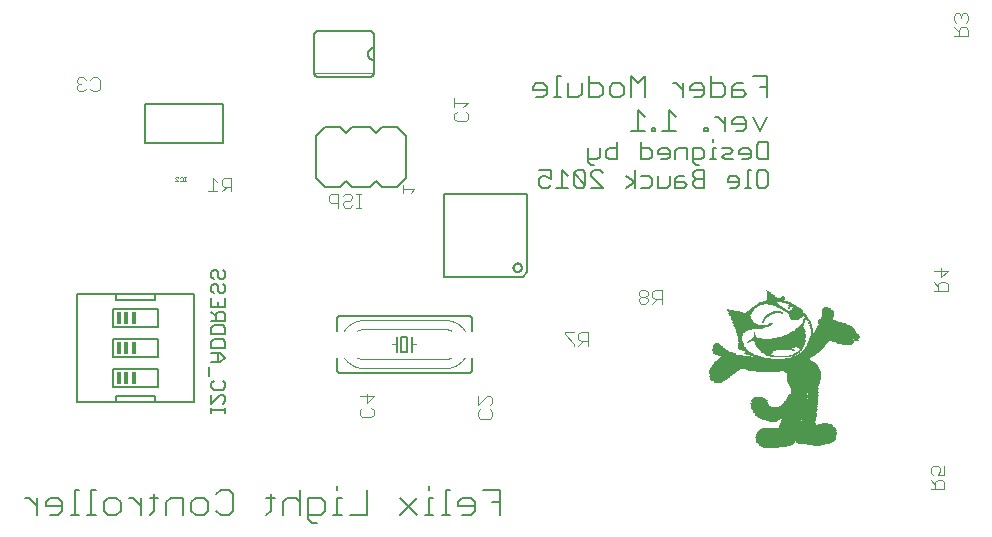
<source format=gbr>
G04 EAGLE Gerber RS-274X export*
G75*
%MOMM*%
%FSLAX34Y34*%
%LPD*%
%INSilkscreen Bottom*%
%IPPOS*%
%AMOC8*
5,1,8,0,0,1.08239X$1,22.5*%
G01*
%ADD10C,0.177800*%
%ADD11C,0.152400*%
%ADD12C,0.127000*%
%ADD13C,0.050800*%
%ADD14C,0.203200*%
%ADD15C,0.025400*%
%ADD16C,0.076200*%
%ADD17C,0.101600*%
%ADD18R,0.381000X1.016000*%
%ADD19R,1.371600X0.050800*%
%ADD20R,1.930400X0.050800*%
%ADD21R,2.235200X0.050800*%
%ADD22R,2.489200X0.050800*%
%ADD23R,0.609600X0.050800*%
%ADD24R,2.743200X0.050800*%
%ADD25R,1.574800X0.050800*%
%ADD26R,2.895600X0.050800*%
%ADD27R,2.184400X0.050800*%
%ADD28R,2.997200X0.050800*%
%ADD29R,2.641600X0.050800*%
%ADD30R,3.098800X0.050800*%
%ADD31R,2.946400X0.050800*%
%ADD32R,3.200400X0.050800*%
%ADD33R,3.048000X0.050800*%
%ADD34R,3.302000X0.050800*%
%ADD35R,3.149600X0.050800*%
%ADD36R,6.604000X0.050800*%
%ADD37R,3.403600X0.050800*%
%ADD38R,6.654800X0.050800*%
%ADD39R,6.705600X0.050800*%
%ADD40R,6.756400X0.050800*%
%ADD41R,6.807200X0.050800*%
%ADD42R,6.858000X0.050800*%
%ADD43R,6.502400X0.050800*%
%ADD44R,6.400800X0.050800*%
%ADD45R,6.197600X0.050800*%
%ADD46R,1.727200X0.050800*%
%ADD47R,0.558800X0.050800*%
%ADD48R,4.724400X0.050800*%
%ADD49R,4.673600X0.050800*%
%ADD50R,4.622800X0.050800*%
%ADD51R,4.521200X0.050800*%
%ADD52R,4.470400X0.050800*%
%ADD53R,1.168400X0.050800*%
%ADD54R,0.914400X0.050800*%
%ADD55R,1.270000X0.050800*%
%ADD56R,1.676400X0.050800*%
%ADD57R,1.219200X0.050800*%
%ADD58R,0.660400X0.050800*%
%ADD59R,1.066800X0.050800*%
%ADD60R,1.778000X0.050800*%
%ADD61R,2.844800X0.050800*%
%ADD62R,4.927600X0.050800*%
%ADD63R,2.794000X0.050800*%
%ADD64R,2.133600X0.050800*%
%ADD65R,1.117600X0.050800*%
%ADD66R,3.860800X0.050800*%
%ADD67R,5.130800X0.050800*%
%ADD68R,5.181600X0.050800*%
%ADD69R,4.064000X0.050800*%
%ADD70R,5.283200X0.050800*%
%ADD71R,5.334000X0.050800*%
%ADD72R,4.267200X0.050800*%
%ADD73R,5.384800X0.050800*%
%ADD74R,5.435600X0.050800*%
%ADD75R,5.486400X0.050800*%
%ADD76R,4.419600X0.050800*%
%ADD77R,5.537200X0.050800*%
%ADD78R,5.588000X0.050800*%
%ADD79R,1.016000X0.050800*%
%ADD80R,2.336800X0.050800*%
%ADD81R,3.251200X0.050800*%
%ADD82R,1.625600X0.050800*%
%ADD83R,1.524000X0.050800*%
%ADD84R,0.965200X0.050800*%
%ADD85R,0.355600X0.050800*%
%ADD86R,1.473200X0.050800*%
%ADD87R,1.422400X0.050800*%
%ADD88R,0.304800X0.050800*%
%ADD89R,1.320800X0.050800*%
%ADD90R,2.692400X0.050800*%
%ADD91R,0.152400X0.050800*%
%ADD92R,0.762000X0.050800*%
%ADD93R,2.540000X0.050800*%
%ADD94R,2.387600X0.050800*%
%ADD95R,0.101600X0.050800*%
%ADD96R,2.286000X0.050800*%
%ADD97R,2.438400X0.050800*%
%ADD98R,2.590800X0.050800*%
%ADD99R,0.406400X0.050800*%
%ADD100R,0.863600X0.050800*%
%ADD101R,1.828800X0.050800*%
%ADD102R,2.032000X0.050800*%
%ADD103R,5.842000X0.050800*%
%ADD104R,6.146800X0.050800*%
%ADD105R,6.299200X0.050800*%
%ADD106R,9.194800X0.050800*%
%ADD107R,9.093200X0.050800*%
%ADD108R,9.042400X0.050800*%
%ADD109R,8.991600X0.050800*%
%ADD110R,8.890000X0.050800*%
%ADD111R,8.839200X0.050800*%
%ADD112R,8.737600X0.050800*%
%ADD113R,8.636000X0.050800*%
%ADD114R,8.534400X0.050800*%
%ADD115R,8.382000X0.050800*%
%ADD116R,8.280400X0.050800*%
%ADD117R,8.128000X0.050800*%
%ADD118R,7.924800X0.050800*%
%ADD119R,7.772400X0.050800*%
%ADD120R,7.569200X0.050800*%
%ADD121R,4.368800X0.050800*%
%ADD122R,3.962400X0.050800*%
%ADD123R,3.657600X0.050800*%
%ADD124R,0.508000X0.050800*%
%ADD125R,0.711200X0.050800*%
%ADD126R,0.457200X0.050800*%
%ADD127R,1.981200X0.050800*%
%ADD128R,1.879600X0.050800*%
%ADD129R,0.254000X0.050800*%
%ADD130R,0.203200X0.050800*%
%ADD131R,3.911600X0.050800*%
%ADD132R,0.812800X0.050800*%
%ADD133R,4.013200X0.050800*%
%ADD134R,4.165600X0.050800*%
%ADD135R,4.216400X0.050800*%
%ADD136R,4.318000X0.050800*%
%ADD137R,3.708400X0.050800*%
%ADD138R,4.572000X0.050800*%
%ADD139R,4.114800X0.050800*%
%ADD140R,0.050800X0.050800*%
%ADD141R,3.759200X0.050800*%
%ADD142R,3.556000X0.050800*%
%ADD143R,3.454400X0.050800*%
%ADD144R,3.352800X0.050800*%
%ADD145R,2.082800X0.050800*%


D10*
X420911Y25489D02*
X420911Y46729D01*
X406751Y46729D01*
X413831Y36109D02*
X420911Y36109D01*
X396193Y25489D02*
X389113Y25489D01*
X396193Y25489D02*
X399733Y29029D01*
X399733Y36109D01*
X396193Y39649D01*
X389113Y39649D01*
X385573Y36109D01*
X385573Y32569D01*
X399733Y32569D01*
X378555Y46729D02*
X375015Y46729D01*
X375015Y25489D01*
X378555Y25489D02*
X371475Y25489D01*
X364436Y39649D02*
X360896Y39649D01*
X360896Y25489D01*
X364436Y25489D02*
X357356Y25489D01*
X360896Y46729D02*
X360896Y50269D01*
X350317Y39649D02*
X336157Y25489D01*
X350317Y25489D02*
X336157Y39649D01*
X307961Y46729D02*
X307961Y25489D01*
X293801Y25489D01*
X286783Y39649D02*
X283243Y39649D01*
X283243Y25489D01*
X286783Y25489D02*
X279703Y25489D01*
X283243Y46729D02*
X283243Y50269D01*
X265584Y18409D02*
X262044Y18409D01*
X258504Y21949D01*
X258504Y39649D01*
X269124Y39649D01*
X272664Y36109D01*
X272664Y29029D01*
X269124Y25489D01*
X258504Y25489D01*
X251486Y25489D02*
X251486Y46729D01*
X247946Y39649D02*
X251486Y36109D01*
X247946Y39649D02*
X240866Y39649D01*
X237326Y36109D01*
X237326Y25489D01*
X226768Y29029D02*
X226768Y43189D01*
X226768Y29029D02*
X223228Y25489D01*
X223228Y39649D02*
X230308Y39649D01*
X184391Y46729D02*
X180851Y43189D01*
X184391Y46729D02*
X191471Y46729D01*
X195011Y43189D01*
X195011Y29029D01*
X191471Y25489D01*
X184391Y25489D01*
X180851Y29029D01*
X170293Y25489D02*
X163213Y25489D01*
X159673Y29029D01*
X159673Y36109D01*
X163213Y39649D01*
X170293Y39649D01*
X173833Y36109D01*
X173833Y29029D01*
X170293Y25489D01*
X152655Y25489D02*
X152655Y39649D01*
X142035Y39649D01*
X138495Y36109D01*
X138495Y25489D01*
X127937Y29029D02*
X127937Y43189D01*
X127937Y29029D02*
X124397Y25489D01*
X124397Y39649D02*
X131477Y39649D01*
X117358Y39649D02*
X117358Y25489D01*
X117358Y32569D02*
X110278Y39649D01*
X106738Y39649D01*
X96170Y25489D02*
X89090Y25489D01*
X85550Y29029D01*
X85550Y36109D01*
X89090Y39649D01*
X96170Y39649D01*
X99710Y36109D01*
X99710Y29029D01*
X96170Y25489D01*
X78532Y46729D02*
X74992Y46729D01*
X74992Y25489D01*
X78532Y25489D02*
X71452Y25489D01*
X64413Y46729D02*
X60873Y46729D01*
X60873Y25489D01*
X64413Y25489D02*
X57333Y25489D01*
X46754Y25489D02*
X39674Y25489D01*
X46754Y25489D02*
X50294Y29029D01*
X50294Y36109D01*
X46754Y39649D01*
X39674Y39649D01*
X36134Y36109D01*
X36134Y32569D01*
X50294Y32569D01*
X29116Y25489D02*
X29116Y39649D01*
X29116Y32569D02*
X22036Y39649D01*
X18496Y39649D01*
D11*
X647138Y379118D02*
X647138Y396913D01*
X635275Y396913D01*
X641206Y388016D02*
X647138Y388016D01*
X626397Y390981D02*
X620466Y390981D01*
X617500Y388016D01*
X617500Y379118D01*
X626397Y379118D01*
X629363Y382084D01*
X626397Y385050D01*
X617500Y385050D01*
X599725Y379118D02*
X599725Y396913D01*
X599725Y379118D02*
X608622Y379118D01*
X611588Y382084D01*
X611588Y388016D01*
X608622Y390981D01*
X599725Y390981D01*
X590848Y379118D02*
X584916Y379118D01*
X590848Y379118D02*
X593813Y382084D01*
X593813Y388016D01*
X590848Y390981D01*
X584916Y390981D01*
X581950Y388016D01*
X581950Y385050D01*
X593813Y385050D01*
X576039Y379118D02*
X576039Y390981D01*
X576039Y385050D02*
X570107Y390981D01*
X567141Y390981D01*
X543451Y396913D02*
X543451Y379118D01*
X537520Y390981D02*
X543451Y396913D01*
X537520Y390981D02*
X531588Y396913D01*
X531588Y379118D01*
X522711Y379118D02*
X516779Y379118D01*
X513813Y382084D01*
X513813Y388016D01*
X516779Y390981D01*
X522711Y390981D01*
X525677Y388016D01*
X525677Y382084D01*
X522711Y379118D01*
X496038Y379118D02*
X496038Y396913D01*
X496038Y379118D02*
X504936Y379118D01*
X507902Y382084D01*
X507902Y388016D01*
X504936Y390981D01*
X496038Y390981D01*
X490127Y390981D02*
X490127Y382084D01*
X487161Y379118D01*
X478263Y379118D01*
X478263Y390981D01*
X472352Y396913D02*
X469386Y396913D01*
X469386Y379118D01*
X472352Y379118D02*
X466420Y379118D01*
X457536Y379118D02*
X451605Y379118D01*
X457536Y379118D02*
X460502Y382084D01*
X460502Y388016D01*
X457536Y390981D01*
X451605Y390981D01*
X448639Y388016D01*
X448639Y385050D01*
X460502Y385050D01*
X641206Y350162D02*
X647138Y362025D01*
X635275Y362025D02*
X641206Y350162D01*
X626397Y350162D02*
X620466Y350162D01*
X626397Y350162D02*
X629363Y353128D01*
X629363Y359060D01*
X626397Y362025D01*
X620466Y362025D01*
X617500Y359060D01*
X617500Y356094D01*
X629363Y356094D01*
X611588Y350162D02*
X611588Y362025D01*
X611588Y356094D02*
X605657Y362025D01*
X602691Y362025D01*
X596776Y353128D02*
X596776Y350162D01*
X596776Y353128D02*
X593810Y353128D01*
X593810Y350162D01*
X596776Y350162D01*
X570114Y362025D02*
X564182Y367957D01*
X564182Y350162D01*
X570114Y350162D02*
X558250Y350162D01*
X552339Y350162D02*
X552339Y353128D01*
X549373Y353128D01*
X549373Y350162D01*
X552339Y350162D01*
X543451Y362025D02*
X537520Y367957D01*
X537520Y350162D01*
X543451Y350162D02*
X531588Y350162D01*
D12*
X647965Y341078D02*
X647965Y326335D01*
X640594Y326335D01*
X638137Y328792D01*
X638137Y338621D01*
X640594Y341078D01*
X647965Y341078D01*
X630775Y326335D02*
X625861Y326335D01*
X630775Y326335D02*
X633232Y328792D01*
X633232Y333706D01*
X630775Y336163D01*
X625861Y336163D01*
X623404Y333706D01*
X623404Y331249D01*
X633232Y331249D01*
X618500Y326335D02*
X611129Y326335D01*
X608672Y328792D01*
X611129Y331249D01*
X616043Y331249D01*
X618500Y333706D01*
X616043Y336163D01*
X608672Y336163D01*
X603767Y336163D02*
X601310Y336163D01*
X601310Y326335D01*
X603767Y326335D02*
X598853Y326335D01*
X601310Y341078D02*
X601310Y343535D01*
X589031Y321421D02*
X586574Y321421D01*
X584117Y323878D01*
X584117Y336163D01*
X591489Y336163D01*
X593946Y333706D01*
X593946Y328792D01*
X591489Y326335D01*
X584117Y326335D01*
X579213Y326335D02*
X579213Y336163D01*
X571842Y336163D01*
X569385Y333706D01*
X569385Y326335D01*
X562023Y326335D02*
X557109Y326335D01*
X562023Y326335D02*
X564480Y328792D01*
X564480Y333706D01*
X562023Y336163D01*
X557109Y336163D01*
X554652Y333706D01*
X554652Y331249D01*
X564480Y331249D01*
X539920Y326335D02*
X539920Y341078D01*
X539920Y326335D02*
X547291Y326335D01*
X549748Y328792D01*
X549748Y333706D01*
X547291Y336163D01*
X539920Y336163D01*
X520283Y341078D02*
X520283Y326335D01*
X512912Y326335D01*
X510454Y328792D01*
X510454Y333706D01*
X512912Y336163D01*
X520283Y336163D01*
X505550Y336163D02*
X505550Y328792D01*
X503093Y326335D01*
X495722Y326335D01*
X495722Y323878D02*
X495722Y336163D01*
X495722Y323878D02*
X498179Y321421D01*
X500636Y321421D01*
X640594Y317078D02*
X645508Y317078D01*
X647965Y314621D01*
X647965Y304792D01*
X645508Y302335D01*
X640594Y302335D01*
X638137Y304792D01*
X638137Y314621D01*
X640594Y317078D01*
X633232Y317078D02*
X630775Y317078D01*
X630775Y302335D01*
X633232Y302335D02*
X628318Y302335D01*
X620954Y302335D02*
X616039Y302335D01*
X620954Y302335D02*
X623411Y304792D01*
X623411Y309706D01*
X620954Y312163D01*
X616039Y312163D01*
X613582Y309706D01*
X613582Y307249D01*
X623411Y307249D01*
X593946Y302335D02*
X593946Y317078D01*
X586574Y317078D01*
X584117Y314621D01*
X584117Y312163D01*
X586574Y309706D01*
X584117Y307249D01*
X584117Y304792D01*
X586574Y302335D01*
X593946Y302335D01*
X593946Y309706D02*
X586574Y309706D01*
X576756Y312163D02*
X571842Y312163D01*
X569385Y309706D01*
X569385Y302335D01*
X576756Y302335D01*
X579213Y304792D01*
X576756Y307249D01*
X569385Y307249D01*
X564480Y304792D02*
X564480Y312163D01*
X564480Y304792D02*
X562023Y302335D01*
X554652Y302335D01*
X554652Y312163D01*
X547291Y312163D02*
X539920Y312163D01*
X547291Y312163D02*
X549748Y309706D01*
X549748Y304792D01*
X547291Y302335D01*
X539920Y302335D01*
X535015Y302335D02*
X535015Y317078D01*
X535015Y307249D02*
X527644Y302335D01*
X535015Y307249D02*
X527644Y312163D01*
X508006Y302335D02*
X498177Y302335D01*
X498177Y312163D02*
X508006Y302335D01*
X498177Y312163D02*
X498177Y314621D01*
X500634Y317078D01*
X505549Y317078D01*
X508006Y314621D01*
X493273Y314621D02*
X493273Y304792D01*
X493273Y314621D02*
X490816Y317078D01*
X485902Y317078D01*
X483445Y314621D01*
X483445Y304792D01*
X485902Y302335D01*
X490816Y302335D01*
X493273Y304792D01*
X483445Y314621D01*
X478541Y312163D02*
X473626Y317078D01*
X473626Y302335D01*
X468712Y302335D02*
X478541Y302335D01*
X463808Y317078D02*
X453980Y317078D01*
X463808Y317078D02*
X463808Y309706D01*
X458894Y312163D01*
X456437Y312163D01*
X453980Y309706D01*
X453980Y304792D01*
X456437Y302335D01*
X461351Y302335D01*
X463808Y304792D01*
D11*
X310390Y435358D02*
X267210Y435358D01*
X263400Y400052D02*
X263402Y399930D01*
X263408Y399808D01*
X263418Y399686D01*
X263431Y399565D01*
X263449Y399444D01*
X263470Y399324D01*
X263496Y399204D01*
X263525Y399086D01*
X263557Y398968D01*
X263594Y398851D01*
X263634Y398736D01*
X263678Y398622D01*
X263726Y398510D01*
X263777Y398399D01*
X263832Y398290D01*
X263890Y398182D01*
X263952Y398077D01*
X264017Y397974D01*
X264085Y397872D01*
X264157Y397773D01*
X264231Y397677D01*
X264309Y397582D01*
X264390Y397491D01*
X264473Y397401D01*
X264559Y397315D01*
X264649Y397232D01*
X264740Y397151D01*
X264835Y397073D01*
X264931Y396999D01*
X265030Y396927D01*
X265132Y396859D01*
X265235Y396794D01*
X265340Y396732D01*
X265448Y396674D01*
X265557Y396619D01*
X265668Y396568D01*
X265780Y396520D01*
X265894Y396476D01*
X266009Y396436D01*
X266126Y396399D01*
X266244Y396367D01*
X266362Y396338D01*
X266482Y396312D01*
X266602Y396291D01*
X266723Y396273D01*
X266844Y396260D01*
X266966Y396250D01*
X267088Y396244D01*
X267210Y396242D01*
X310390Y435358D02*
X310512Y435356D01*
X310634Y435350D01*
X310756Y435340D01*
X310877Y435327D01*
X310998Y435309D01*
X311118Y435288D01*
X311238Y435262D01*
X311356Y435233D01*
X311474Y435201D01*
X311591Y435164D01*
X311706Y435124D01*
X311820Y435080D01*
X311932Y435032D01*
X312043Y434981D01*
X312152Y434926D01*
X312260Y434868D01*
X312365Y434806D01*
X312468Y434741D01*
X312570Y434673D01*
X312669Y434601D01*
X312765Y434527D01*
X312860Y434449D01*
X312951Y434368D01*
X313041Y434285D01*
X313127Y434199D01*
X313210Y434109D01*
X313291Y434018D01*
X313369Y433923D01*
X313443Y433827D01*
X313515Y433728D01*
X313583Y433626D01*
X313648Y433523D01*
X313710Y433418D01*
X313768Y433310D01*
X313823Y433201D01*
X313874Y433090D01*
X313922Y432978D01*
X313966Y432864D01*
X314006Y432749D01*
X314043Y432632D01*
X314075Y432514D01*
X314104Y432396D01*
X314130Y432276D01*
X314151Y432156D01*
X314169Y432035D01*
X314182Y431914D01*
X314192Y431792D01*
X314198Y431670D01*
X314200Y431548D01*
X267210Y435358D02*
X267088Y435356D01*
X266966Y435350D01*
X266844Y435340D01*
X266723Y435327D01*
X266602Y435309D01*
X266482Y435288D01*
X266362Y435262D01*
X266244Y435233D01*
X266126Y435201D01*
X266009Y435164D01*
X265894Y435124D01*
X265780Y435080D01*
X265668Y435032D01*
X265557Y434981D01*
X265448Y434926D01*
X265340Y434868D01*
X265235Y434806D01*
X265132Y434741D01*
X265030Y434673D01*
X264931Y434601D01*
X264835Y434527D01*
X264740Y434449D01*
X264649Y434368D01*
X264559Y434285D01*
X264473Y434199D01*
X264390Y434109D01*
X264309Y434018D01*
X264231Y433923D01*
X264157Y433827D01*
X264085Y433728D01*
X264017Y433626D01*
X263952Y433523D01*
X263890Y433418D01*
X263832Y433310D01*
X263777Y433201D01*
X263726Y433090D01*
X263678Y432978D01*
X263634Y432864D01*
X263594Y432749D01*
X263557Y432632D01*
X263525Y432514D01*
X263496Y432396D01*
X263470Y432276D01*
X263449Y432156D01*
X263431Y432035D01*
X263418Y431914D01*
X263408Y431792D01*
X263402Y431670D01*
X263400Y431548D01*
X310390Y396242D02*
X310512Y396244D01*
X310634Y396250D01*
X310756Y396260D01*
X310877Y396273D01*
X310998Y396291D01*
X311118Y396312D01*
X311238Y396338D01*
X311356Y396367D01*
X311474Y396399D01*
X311591Y396436D01*
X311706Y396476D01*
X311820Y396520D01*
X311932Y396568D01*
X312043Y396619D01*
X312152Y396674D01*
X312260Y396732D01*
X312365Y396794D01*
X312468Y396859D01*
X312570Y396927D01*
X312669Y396999D01*
X312765Y397073D01*
X312860Y397151D01*
X312951Y397232D01*
X313041Y397315D01*
X313127Y397401D01*
X313210Y397491D01*
X313291Y397582D01*
X313369Y397677D01*
X313443Y397773D01*
X313515Y397872D01*
X313583Y397974D01*
X313648Y398077D01*
X313710Y398182D01*
X313768Y398290D01*
X313823Y398399D01*
X313874Y398510D01*
X313922Y398622D01*
X313966Y398736D01*
X314006Y398851D01*
X314043Y398968D01*
X314075Y399086D01*
X314104Y399204D01*
X314130Y399324D01*
X314151Y399444D01*
X314169Y399565D01*
X314182Y399686D01*
X314192Y399808D01*
X314198Y399930D01*
X314200Y400052D01*
X310390Y396242D02*
X267210Y396242D01*
X263400Y400052D02*
X263400Y431548D01*
X314200Y431548D02*
X314200Y420880D01*
X314200Y410720D01*
X314200Y400052D01*
X314200Y410720D02*
X314059Y410722D01*
X313918Y410728D01*
X313777Y410738D01*
X313636Y410751D01*
X313496Y410769D01*
X313357Y410791D01*
X313218Y410816D01*
X313079Y410845D01*
X312942Y410878D01*
X312806Y410915D01*
X312671Y410956D01*
X312536Y411000D01*
X312404Y411048D01*
X312272Y411100D01*
X312142Y411155D01*
X312014Y411214D01*
X311887Y411277D01*
X311763Y411343D01*
X311640Y411412D01*
X311519Y411485D01*
X311400Y411561D01*
X311283Y411641D01*
X311169Y411724D01*
X311056Y411809D01*
X310947Y411898D01*
X310839Y411990D01*
X310735Y412085D01*
X310633Y412183D01*
X310534Y412284D01*
X310437Y412387D01*
X310344Y412493D01*
X310254Y412601D01*
X310166Y412712D01*
X310082Y412825D01*
X310001Y412941D01*
X309923Y413059D01*
X309848Y413179D01*
X309777Y413301D01*
X309709Y413425D01*
X309645Y413551D01*
X309584Y413678D01*
X309527Y413807D01*
X309474Y413938D01*
X309424Y414070D01*
X309377Y414203D01*
X309335Y414338D01*
X309296Y414474D01*
X309261Y414611D01*
X309230Y414748D01*
X309203Y414887D01*
X309179Y415026D01*
X309160Y415166D01*
X309144Y415306D01*
X309132Y415447D01*
X309124Y415588D01*
X309120Y415729D01*
X309120Y415871D01*
X309124Y416012D01*
X309132Y416153D01*
X309144Y416294D01*
X309160Y416434D01*
X309179Y416574D01*
X309203Y416713D01*
X309230Y416852D01*
X309261Y416989D01*
X309296Y417126D01*
X309335Y417262D01*
X309377Y417397D01*
X309424Y417530D01*
X309474Y417662D01*
X309527Y417793D01*
X309584Y417922D01*
X309645Y418049D01*
X309709Y418175D01*
X309777Y418299D01*
X309848Y418421D01*
X309923Y418541D01*
X310001Y418659D01*
X310082Y418775D01*
X310166Y418888D01*
X310254Y418999D01*
X310344Y419107D01*
X310437Y419213D01*
X310534Y419316D01*
X310633Y419417D01*
X310735Y419515D01*
X310839Y419610D01*
X310947Y419702D01*
X311056Y419791D01*
X311169Y419876D01*
X311283Y419959D01*
X311400Y420039D01*
X311519Y420115D01*
X311640Y420188D01*
X311763Y420257D01*
X311887Y420323D01*
X312014Y420386D01*
X312142Y420445D01*
X312272Y420500D01*
X312404Y420552D01*
X312536Y420600D01*
X312671Y420644D01*
X312806Y420685D01*
X312942Y420722D01*
X313079Y420755D01*
X313218Y420784D01*
X313357Y420809D01*
X313496Y420831D01*
X313636Y420849D01*
X313777Y420862D01*
X313918Y420872D01*
X314059Y420878D01*
X314200Y420880D01*
D13*
X314200Y399798D02*
X263400Y399798D01*
D14*
X186066Y373410D02*
X186066Y340390D01*
X186066Y373410D02*
X120534Y373410D01*
X120534Y340390D01*
X186066Y340390D01*
D15*
X154897Y307878D02*
X153626Y307878D01*
X154261Y307878D02*
X154261Y311691D01*
X153626Y311691D02*
X154897Y311691D01*
X150496Y311691D02*
X149860Y311056D01*
X150496Y311691D02*
X151767Y311691D01*
X152402Y311056D01*
X152402Y308514D01*
X151767Y307878D01*
X150496Y307878D01*
X149860Y308514D01*
X148660Y307878D02*
X146118Y307878D01*
X148660Y307878D02*
X146118Y310420D01*
X146118Y311056D01*
X146753Y311691D01*
X148025Y311691D01*
X148660Y311056D01*
D12*
X333580Y302800D02*
X341200Y310420D01*
X341200Y345980D01*
X333580Y353600D01*
X320880Y353600D01*
X315800Y348520D01*
X310720Y353600D01*
X295480Y353600D01*
X290400Y348520D01*
X285320Y353600D01*
X272620Y353600D01*
X265000Y345980D01*
X265000Y310420D01*
X272620Y302800D01*
X285320Y302800D01*
X290400Y307880D01*
X295480Y302800D01*
X310720Y302800D01*
X315800Y307880D01*
X320880Y302800D01*
X333580Y302800D01*
D16*
X345312Y298101D02*
X348447Y301236D01*
X339041Y301236D01*
X339041Y298101D02*
X339041Y304372D01*
D17*
X303296Y285528D02*
X299398Y285528D01*
X301347Y285528D02*
X301347Y297222D01*
X303296Y297222D02*
X299398Y297222D01*
X289653Y297222D02*
X287704Y295273D01*
X289653Y297222D02*
X293551Y297222D01*
X295500Y295273D01*
X295500Y293324D01*
X293551Y291375D01*
X289653Y291375D01*
X287704Y289426D01*
X287704Y287477D01*
X289653Y285528D01*
X293551Y285528D01*
X295500Y287477D01*
X283806Y285528D02*
X283806Y297222D01*
X277959Y297222D01*
X276010Y295273D01*
X276010Y291375D01*
X277959Y289426D01*
X283806Y289426D01*
X193442Y299258D02*
X193442Y310952D01*
X187595Y310952D01*
X185646Y309003D01*
X185646Y305105D01*
X187595Y303156D01*
X193442Y303156D01*
X189544Y303156D02*
X185646Y299258D01*
X181748Y307054D02*
X177850Y310952D01*
X177850Y299258D01*
X181748Y299258D02*
X173952Y299258D01*
X495130Y180152D02*
X495130Y168458D01*
X495130Y180152D02*
X489283Y180152D01*
X487334Y178203D01*
X487334Y174305D01*
X489283Y172356D01*
X495130Y172356D01*
X491232Y172356D02*
X487334Y168458D01*
X483436Y180152D02*
X475640Y180152D01*
X475640Y178203D01*
X483436Y170407D01*
X483436Y168458D01*
X557742Y204158D02*
X557742Y215852D01*
X551895Y215852D01*
X549946Y213903D01*
X549946Y210005D01*
X551895Y208056D01*
X557742Y208056D01*
X553844Y208056D02*
X549946Y204158D01*
X546048Y213903D02*
X544099Y215852D01*
X540201Y215852D01*
X538252Y213903D01*
X538252Y211954D01*
X540201Y210005D01*
X538252Y208056D01*
X538252Y206107D01*
X540201Y204158D01*
X544099Y204158D01*
X546048Y206107D01*
X546048Y208056D01*
X544099Y210005D01*
X546048Y211954D01*
X546048Y213903D01*
X544099Y210005D02*
X540201Y210005D01*
D11*
X443550Y297250D02*
X373450Y297250D01*
X373450Y227150D01*
X440000Y227150D01*
X443550Y230700D02*
X443550Y297250D01*
X443550Y230700D02*
X440000Y227150D01*
X432340Y234768D02*
X432342Y234887D01*
X432348Y235007D01*
X432358Y235126D01*
X432372Y235244D01*
X432390Y235362D01*
X432411Y235480D01*
X432437Y235596D01*
X432466Y235712D01*
X432500Y235827D01*
X432537Y235940D01*
X432578Y236052D01*
X432622Y236163D01*
X432670Y236273D01*
X432722Y236380D01*
X432777Y236486D01*
X432836Y236590D01*
X432899Y236692D01*
X432964Y236791D01*
X433033Y236889D01*
X433105Y236984D01*
X433180Y237077D01*
X433259Y237167D01*
X433340Y237255D01*
X433424Y237339D01*
X433511Y237421D01*
X433600Y237500D01*
X433692Y237576D01*
X433787Y237649D01*
X433884Y237719D01*
X433983Y237785D01*
X434085Y237848D01*
X434188Y237908D01*
X434293Y237964D01*
X434400Y238017D01*
X434509Y238066D01*
X434620Y238112D01*
X434732Y238153D01*
X434845Y238191D01*
X434959Y238226D01*
X435075Y238256D01*
X435191Y238283D01*
X435308Y238305D01*
X435426Y238324D01*
X435545Y238339D01*
X435664Y238350D01*
X435783Y238357D01*
X435902Y238360D01*
X436022Y238359D01*
X436141Y238354D01*
X436260Y238345D01*
X436379Y238332D01*
X436497Y238315D01*
X436614Y238295D01*
X436731Y238270D01*
X436847Y238241D01*
X436962Y238209D01*
X437076Y238173D01*
X437189Y238133D01*
X437300Y238089D01*
X437409Y238042D01*
X437517Y237991D01*
X437624Y237937D01*
X437728Y237879D01*
X437830Y237817D01*
X437931Y237753D01*
X438029Y237684D01*
X438125Y237613D01*
X438218Y237539D01*
X438309Y237461D01*
X438397Y237381D01*
X438482Y237297D01*
X438565Y237211D01*
X438645Y237122D01*
X438722Y237031D01*
X438795Y236937D01*
X438866Y236840D01*
X438933Y236742D01*
X438997Y236641D01*
X439058Y236538D01*
X439115Y236433D01*
X439168Y236327D01*
X439218Y236218D01*
X439265Y236108D01*
X439307Y235997D01*
X439346Y235884D01*
X439382Y235770D01*
X439413Y235654D01*
X439440Y235538D01*
X439464Y235421D01*
X439484Y235303D01*
X439500Y235185D01*
X439512Y235066D01*
X439520Y234947D01*
X439524Y234828D01*
X439524Y234708D01*
X439520Y234589D01*
X439512Y234470D01*
X439500Y234351D01*
X439484Y234233D01*
X439464Y234115D01*
X439440Y233998D01*
X439413Y233882D01*
X439382Y233766D01*
X439346Y233652D01*
X439307Y233539D01*
X439265Y233428D01*
X439218Y233318D01*
X439168Y233209D01*
X439115Y233103D01*
X439058Y232998D01*
X438997Y232895D01*
X438933Y232794D01*
X438866Y232696D01*
X438795Y232599D01*
X438722Y232505D01*
X438645Y232414D01*
X438565Y232325D01*
X438482Y232239D01*
X438397Y232155D01*
X438309Y232075D01*
X438218Y231997D01*
X438125Y231923D01*
X438029Y231852D01*
X437931Y231783D01*
X437830Y231719D01*
X437728Y231657D01*
X437624Y231599D01*
X437517Y231545D01*
X437409Y231494D01*
X437300Y231447D01*
X437189Y231403D01*
X437076Y231363D01*
X436962Y231327D01*
X436847Y231295D01*
X436731Y231266D01*
X436614Y231241D01*
X436497Y231221D01*
X436379Y231204D01*
X436260Y231191D01*
X436141Y231182D01*
X436022Y231177D01*
X435902Y231176D01*
X435783Y231179D01*
X435664Y231186D01*
X435545Y231197D01*
X435426Y231212D01*
X435308Y231231D01*
X435191Y231253D01*
X435075Y231280D01*
X434959Y231310D01*
X434845Y231345D01*
X434732Y231383D01*
X434620Y231424D01*
X434509Y231470D01*
X434400Y231519D01*
X434293Y231572D01*
X434188Y231628D01*
X434085Y231688D01*
X433983Y231751D01*
X433884Y231817D01*
X433787Y231887D01*
X433692Y231960D01*
X433600Y232036D01*
X433511Y232115D01*
X433424Y232197D01*
X433340Y232281D01*
X433259Y232369D01*
X433180Y232459D01*
X433105Y232552D01*
X433033Y232647D01*
X432964Y232745D01*
X432899Y232844D01*
X432836Y232946D01*
X432777Y233050D01*
X432722Y233156D01*
X432670Y233263D01*
X432622Y233373D01*
X432578Y233484D01*
X432537Y233596D01*
X432500Y233709D01*
X432466Y233824D01*
X432437Y233940D01*
X432411Y234056D01*
X432390Y234174D01*
X432372Y234292D01*
X432358Y234410D01*
X432348Y234529D01*
X432342Y234649D01*
X432340Y234768D01*
D17*
X393852Y364805D02*
X391903Y366754D01*
X393852Y364805D02*
X393852Y360907D01*
X391903Y358958D01*
X384107Y358958D01*
X382158Y360907D01*
X382158Y364805D01*
X384107Y366754D01*
X389954Y370652D02*
X393852Y374550D01*
X382158Y374550D01*
X382158Y370652D02*
X382158Y378448D01*
X76045Y395952D02*
X74096Y394003D01*
X76045Y395952D02*
X79943Y395952D01*
X81892Y394003D01*
X81892Y386207D01*
X79943Y384258D01*
X76045Y384258D01*
X74096Y386207D01*
X70198Y394003D02*
X68249Y395952D01*
X64351Y395952D01*
X62402Y394003D01*
X62402Y392054D01*
X64351Y390105D01*
X66300Y390105D01*
X64351Y390105D02*
X62402Y388156D01*
X62402Y386207D01*
X64351Y384258D01*
X68249Y384258D01*
X70198Y386207D01*
D11*
X63070Y212720D02*
X63070Y121280D01*
X162130Y121280D02*
X162130Y212720D01*
X162130Y121280D02*
X129110Y121280D01*
X96090Y121280D02*
X96090Y126360D01*
X129110Y126360D01*
X129110Y121280D01*
X96090Y121280D02*
X63070Y121280D01*
X96090Y121280D02*
X129110Y121280D01*
X96090Y212720D02*
X63070Y212720D01*
X129110Y212720D02*
X129110Y207640D01*
X96090Y207640D01*
X96090Y212720D01*
X129110Y212720D02*
X162130Y212720D01*
X129110Y212720D02*
X96090Y212720D01*
X93550Y184780D02*
X131650Y184780D01*
X131650Y200020D01*
X93550Y200020D01*
X93550Y184780D01*
X93550Y159380D02*
X131650Y159380D01*
X131650Y174620D01*
X93550Y174620D01*
X93550Y159380D01*
X93550Y133980D02*
X131650Y133980D01*
X131650Y149220D01*
X93550Y149220D01*
X93550Y133980D01*
D18*
X110695Y192400D03*
X104345Y192400D03*
X97995Y192400D03*
X110695Y167000D03*
X104345Y167000D03*
X97995Y167000D03*
X110695Y141600D03*
X104345Y141600D03*
X97995Y141600D03*
D12*
X176575Y115728D02*
X176575Y111915D01*
X176575Y113822D02*
X188015Y113822D01*
X188015Y115728D02*
X188015Y111915D01*
X176575Y119711D02*
X176575Y127337D01*
X176575Y119711D02*
X184202Y127337D01*
X186108Y127337D01*
X188015Y125431D01*
X188015Y121618D01*
X186108Y119711D01*
X188015Y137125D02*
X186108Y139031D01*
X188015Y137125D02*
X188015Y133312D01*
X186108Y131405D01*
X178482Y131405D01*
X176575Y133312D01*
X176575Y137125D01*
X178482Y139031D01*
X174668Y143099D02*
X174668Y150725D01*
X176575Y154793D02*
X184202Y154793D01*
X188015Y158606D01*
X184202Y162419D01*
X176575Y162419D01*
X182295Y162419D02*
X182295Y154793D01*
X188015Y166487D02*
X176575Y166487D01*
X176575Y172207D01*
X178482Y174113D01*
X186108Y174113D01*
X188015Y172207D01*
X188015Y166487D01*
X188015Y178181D02*
X176575Y178181D01*
X176575Y183901D01*
X178482Y185807D01*
X186108Y185807D01*
X188015Y183901D01*
X188015Y178181D01*
X188015Y189875D02*
X176575Y189875D01*
X188015Y189875D02*
X188015Y195595D01*
X186108Y197501D01*
X182295Y197501D01*
X180388Y195595D01*
X180388Y189875D01*
X180388Y193688D02*
X176575Y197501D01*
X188015Y201569D02*
X188015Y209195D01*
X188015Y201569D02*
X176575Y201569D01*
X176575Y209195D01*
X182295Y205382D02*
X182295Y201569D01*
X188015Y218983D02*
X186108Y220889D01*
X188015Y218983D02*
X188015Y215169D01*
X186108Y213263D01*
X184202Y213263D01*
X182295Y215169D01*
X182295Y218983D01*
X180388Y220889D01*
X178482Y220889D01*
X176575Y218983D01*
X176575Y215169D01*
X178482Y213263D01*
X188015Y230677D02*
X186108Y232583D01*
X188015Y230677D02*
X188015Y226863D01*
X186108Y224957D01*
X184202Y224957D01*
X182295Y226863D01*
X182295Y230677D01*
X180388Y232583D01*
X178482Y232583D01*
X176575Y230677D01*
X176575Y226863D01*
X178482Y224957D01*
D13*
X288909Y158570D02*
X289192Y158165D01*
X289485Y157766D01*
X289788Y157375D01*
X290100Y156991D01*
X290421Y156615D01*
X290751Y156247D01*
X291090Y155887D01*
X291438Y155536D01*
X291794Y155193D01*
X292158Y154858D01*
X292531Y154533D01*
X292911Y154217D01*
X293299Y153910D01*
X293694Y153613D01*
X294096Y153325D01*
X294506Y153048D01*
X294921Y152780D01*
X295344Y152523D01*
X295772Y152276D01*
X296206Y152039D01*
X296646Y151813D01*
X297091Y151598D01*
X297541Y151393D01*
X297997Y151200D01*
X298456Y151018D01*
X298920Y150847D01*
X299388Y150688D01*
X299860Y150539D01*
X300335Y150403D01*
X300814Y150278D01*
X301295Y150165D01*
X301779Y150063D01*
X302265Y149973D01*
X302754Y149895D01*
X303244Y149829D01*
X303735Y149775D01*
X304228Y149733D01*
X304722Y149703D01*
X305216Y149685D01*
X305710Y149679D01*
D11*
X282850Y148410D02*
X282850Y158570D01*
D13*
X374290Y149680D02*
X374784Y149686D01*
X375278Y149704D01*
X375772Y149734D01*
X376264Y149776D01*
X376756Y149830D01*
X377246Y149896D01*
X377734Y149974D01*
X378221Y150064D01*
X378704Y150165D01*
X379186Y150279D01*
X379664Y150404D01*
X380139Y150540D01*
X380611Y150688D01*
X381079Y150848D01*
X381543Y151019D01*
X382003Y151201D01*
X382458Y151394D01*
X382909Y151598D01*
X383354Y151813D01*
X383794Y152039D01*
X384228Y152276D01*
X384656Y152523D01*
X385078Y152780D01*
X385494Y153048D01*
X385903Y153326D01*
X386306Y153613D01*
X386701Y153910D01*
X387089Y154217D01*
X387469Y154533D01*
X387841Y154859D01*
X388206Y155193D01*
X388562Y155536D01*
X388910Y155887D01*
X389249Y156247D01*
X389579Y156615D01*
X389900Y156991D01*
X390212Y157375D01*
X390515Y157766D01*
X390807Y158165D01*
X391091Y158570D01*
D11*
X397150Y158570D02*
X397150Y148410D01*
D13*
X374290Y182700D02*
X305710Y182700D01*
X305710Y190320D02*
X374290Y190320D01*
X374290Y157300D02*
X305710Y157300D01*
D11*
X285390Y194130D02*
X394610Y194130D01*
X394710Y194128D01*
X394809Y194122D01*
X394909Y194112D01*
X395007Y194099D01*
X395106Y194081D01*
X395203Y194060D01*
X395299Y194035D01*
X395395Y194006D01*
X395489Y193973D01*
X395582Y193937D01*
X395673Y193897D01*
X395763Y193853D01*
X395851Y193806D01*
X395937Y193756D01*
X396021Y193702D01*
X396103Y193645D01*
X396182Y193585D01*
X396260Y193521D01*
X396334Y193455D01*
X396406Y193386D01*
X396475Y193314D01*
X396541Y193240D01*
X396605Y193162D01*
X396665Y193083D01*
X396722Y193001D01*
X396776Y192917D01*
X396826Y192831D01*
X396873Y192743D01*
X396917Y192653D01*
X396957Y192562D01*
X396993Y192469D01*
X397026Y192375D01*
X397055Y192279D01*
X397080Y192183D01*
X397101Y192086D01*
X397119Y191987D01*
X397132Y191889D01*
X397142Y191789D01*
X397148Y191690D01*
X397150Y191590D01*
X397150Y181430D01*
D13*
X379826Y181430D02*
X379553Y181558D01*
X379277Y181680D01*
X378998Y181795D01*
X378717Y181903D01*
X378433Y182005D01*
X378147Y182100D01*
X377859Y182188D01*
X377569Y182270D01*
X377276Y182344D01*
X376983Y182411D01*
X376687Y182472D01*
X376391Y182525D01*
X376093Y182571D01*
X375794Y182611D01*
X375494Y182643D01*
X375193Y182668D01*
X374893Y182686D01*
X374591Y182696D01*
X374290Y182700D01*
X379826Y158570D02*
X379553Y158442D01*
X379277Y158320D01*
X378998Y158205D01*
X378717Y158097D01*
X378433Y157995D01*
X378147Y157900D01*
X377859Y157812D01*
X377569Y157730D01*
X377276Y157656D01*
X376983Y157589D01*
X376687Y157528D01*
X376391Y157475D01*
X376093Y157429D01*
X375794Y157389D01*
X375494Y157357D01*
X375193Y157332D01*
X374893Y157314D01*
X374591Y157304D01*
X374290Y157300D01*
X391090Y181429D02*
X390807Y181834D01*
X390514Y182233D01*
X390212Y182624D01*
X389900Y183008D01*
X389579Y183384D01*
X389249Y183752D01*
X388910Y184112D01*
X388562Y184463D01*
X388206Y184806D01*
X387841Y185141D01*
X387469Y185466D01*
X387089Y185782D01*
X386701Y186089D01*
X386306Y186386D01*
X385903Y186674D01*
X385494Y186951D01*
X385079Y187219D01*
X384656Y187476D01*
X384228Y187723D01*
X383794Y187960D01*
X383354Y188186D01*
X382909Y188401D01*
X382459Y188605D01*
X382003Y188799D01*
X381544Y188981D01*
X381080Y189152D01*
X380612Y189311D01*
X380140Y189459D01*
X379665Y189596D01*
X379186Y189721D01*
X378705Y189834D01*
X378221Y189936D01*
X377735Y190026D01*
X377247Y190104D01*
X376757Y190170D01*
X376265Y190224D01*
X375772Y190266D01*
X375279Y190296D01*
X374785Y190314D01*
X374290Y190320D01*
X305710Y190320D02*
X305216Y190314D01*
X304722Y190296D01*
X304228Y190266D01*
X303736Y190224D01*
X303244Y190170D01*
X302754Y190104D01*
X302266Y190026D01*
X301779Y189936D01*
X301296Y189835D01*
X300814Y189721D01*
X300336Y189596D01*
X299861Y189460D01*
X299389Y189312D01*
X298921Y189152D01*
X298457Y188981D01*
X297997Y188799D01*
X297542Y188606D01*
X297091Y188402D01*
X296646Y188187D01*
X296206Y187961D01*
X295772Y187724D01*
X295344Y187477D01*
X294922Y187220D01*
X294506Y186952D01*
X294097Y186674D01*
X293694Y186387D01*
X293299Y186090D01*
X292911Y185783D01*
X292531Y185467D01*
X292159Y185141D01*
X291794Y184807D01*
X291438Y184464D01*
X291090Y184113D01*
X290751Y183753D01*
X290421Y183385D01*
X290100Y183009D01*
X289788Y182625D01*
X289485Y182234D01*
X289193Y181835D01*
X288909Y181430D01*
X300174Y181430D02*
X300447Y181558D01*
X300723Y181680D01*
X301002Y181795D01*
X301283Y181903D01*
X301567Y182005D01*
X301853Y182100D01*
X302141Y182188D01*
X302431Y182270D01*
X302724Y182344D01*
X303017Y182411D01*
X303313Y182472D01*
X303609Y182525D01*
X303907Y182571D01*
X304206Y182611D01*
X304506Y182643D01*
X304807Y182668D01*
X305107Y182686D01*
X305409Y182696D01*
X305710Y182700D01*
X300174Y158570D02*
X300447Y158442D01*
X300723Y158320D01*
X301002Y158205D01*
X301283Y158097D01*
X301567Y157995D01*
X301853Y157900D01*
X302141Y157812D01*
X302431Y157730D01*
X302724Y157656D01*
X303017Y157589D01*
X303313Y157528D01*
X303609Y157475D01*
X303907Y157429D01*
X304206Y157389D01*
X304506Y157357D01*
X304807Y157332D01*
X305107Y157314D01*
X305409Y157304D01*
X305710Y157300D01*
D11*
X282850Y181430D02*
X282850Y191590D01*
X282852Y191690D01*
X282858Y191789D01*
X282868Y191889D01*
X282881Y191987D01*
X282899Y192086D01*
X282920Y192183D01*
X282945Y192279D01*
X282974Y192375D01*
X283007Y192469D01*
X283043Y192562D01*
X283083Y192653D01*
X283127Y192743D01*
X283174Y192831D01*
X283224Y192917D01*
X283278Y193001D01*
X283335Y193083D01*
X283395Y193162D01*
X283459Y193240D01*
X283525Y193314D01*
X283594Y193386D01*
X283666Y193455D01*
X283740Y193521D01*
X283818Y193585D01*
X283897Y193645D01*
X283979Y193702D01*
X284063Y193756D01*
X284149Y193806D01*
X284237Y193853D01*
X284327Y193897D01*
X284418Y193937D01*
X284511Y193973D01*
X284605Y194006D01*
X284701Y194035D01*
X284797Y194060D01*
X284894Y194081D01*
X284993Y194099D01*
X285091Y194112D01*
X285191Y194122D01*
X285290Y194128D01*
X285390Y194130D01*
D13*
X305710Y149680D02*
X374290Y149680D01*
D11*
X394610Y145870D02*
X285390Y145870D01*
X394610Y145870D02*
X394710Y145872D01*
X394809Y145878D01*
X394909Y145888D01*
X395007Y145901D01*
X395106Y145919D01*
X395203Y145940D01*
X395299Y145965D01*
X395395Y145994D01*
X395489Y146027D01*
X395582Y146063D01*
X395673Y146103D01*
X395763Y146147D01*
X395851Y146194D01*
X395937Y146244D01*
X396021Y146298D01*
X396103Y146355D01*
X396182Y146415D01*
X396260Y146479D01*
X396334Y146545D01*
X396406Y146614D01*
X396475Y146686D01*
X396541Y146760D01*
X396605Y146838D01*
X396665Y146917D01*
X396722Y146999D01*
X396776Y147083D01*
X396826Y147169D01*
X396873Y147257D01*
X396917Y147347D01*
X396957Y147438D01*
X396993Y147531D01*
X397026Y147625D01*
X397055Y147721D01*
X397080Y147817D01*
X397101Y147914D01*
X397119Y148013D01*
X397132Y148111D01*
X397142Y148211D01*
X397148Y148310D01*
X397150Y148410D01*
X285390Y145870D02*
X285290Y145872D01*
X285191Y145878D01*
X285091Y145888D01*
X284993Y145901D01*
X284894Y145919D01*
X284797Y145940D01*
X284701Y145965D01*
X284605Y145994D01*
X284511Y146027D01*
X284418Y146063D01*
X284327Y146103D01*
X284237Y146147D01*
X284149Y146194D01*
X284063Y146244D01*
X283979Y146298D01*
X283897Y146355D01*
X283818Y146415D01*
X283740Y146479D01*
X283666Y146545D01*
X283594Y146614D01*
X283525Y146686D01*
X283459Y146760D01*
X283395Y146838D01*
X283335Y146917D01*
X283278Y146999D01*
X283224Y147083D01*
X283174Y147169D01*
X283127Y147257D01*
X283083Y147347D01*
X283043Y147438D01*
X283007Y147531D01*
X282974Y147625D01*
X282945Y147721D01*
X282920Y147817D01*
X282899Y147914D01*
X282881Y148013D01*
X282868Y148111D01*
X282858Y148211D01*
X282852Y148310D01*
X282850Y148410D01*
X337460Y163650D02*
X337460Y176350D01*
X342540Y176350D01*
X342540Y163650D01*
X337460Y163650D01*
X333650Y163650D02*
X333650Y170000D01*
X333650Y176350D01*
D13*
X333650Y170000D02*
X329840Y170000D01*
D11*
X346350Y170000D02*
X346350Y163650D01*
X346350Y170000D02*
X346350Y176350D01*
D13*
X346350Y170000D02*
X350160Y170000D01*
D17*
X412103Y114654D02*
X414052Y112705D01*
X414052Y108807D01*
X412103Y106858D01*
X404307Y106858D01*
X402358Y108807D01*
X402358Y112705D01*
X404307Y114654D01*
X402358Y118552D02*
X402358Y126348D01*
X402358Y118552D02*
X410154Y126348D01*
X412103Y126348D01*
X414052Y124399D01*
X414052Y120501D01*
X412103Y118552D01*
X313852Y114205D02*
X311903Y116154D01*
X313852Y114205D02*
X313852Y110307D01*
X311903Y108358D01*
X304107Y108358D01*
X302158Y110307D01*
X302158Y114205D01*
X304107Y116154D01*
X302158Y125899D02*
X313852Y125899D01*
X308005Y120052D01*
X308005Y127848D01*
X805458Y430458D02*
X817152Y430458D01*
X817152Y436305D01*
X815203Y438254D01*
X811305Y438254D01*
X809356Y436305D01*
X809356Y430458D01*
X809356Y434356D02*
X805458Y438254D01*
X815203Y442152D02*
X817152Y444101D01*
X817152Y447999D01*
X815203Y449948D01*
X813254Y449948D01*
X811305Y447999D01*
X811305Y446050D01*
X811305Y447999D02*
X809356Y449948D01*
X807407Y449948D01*
X805458Y447999D01*
X805458Y444101D01*
X807407Y442152D01*
X799852Y214770D02*
X788158Y214770D01*
X799852Y214770D02*
X799852Y220617D01*
X797903Y222566D01*
X794005Y222566D01*
X792056Y220617D01*
X792056Y214770D01*
X792056Y218668D02*
X788158Y222566D01*
X788158Y232311D02*
X799852Y232311D01*
X794005Y226464D01*
X794005Y234260D01*
X797252Y47170D02*
X785558Y47170D01*
X797252Y47170D02*
X797252Y53017D01*
X795303Y54966D01*
X791405Y54966D01*
X789456Y53017D01*
X789456Y47170D01*
X789456Y51068D02*
X785558Y54966D01*
X797252Y58864D02*
X797252Y66660D01*
X797252Y58864D02*
X791405Y58864D01*
X793354Y62762D01*
X793354Y64711D01*
X791405Y66660D01*
X787507Y66660D01*
X785558Y64711D01*
X785558Y60813D01*
X787507Y58864D01*
D19*
X650732Y82100D03*
D20*
X652510Y82608D03*
D21*
X653018Y83116D03*
D22*
X653780Y83624D03*
D23*
X689594Y84132D03*
D24*
X654034Y84132D03*
D25*
X688324Y84640D03*
D26*
X654288Y84640D03*
D27*
X687816Y85148D03*
D28*
X654796Y85148D03*
D29*
X687054Y85656D03*
D30*
X654796Y85656D03*
D31*
X687054Y86164D03*
D32*
X654796Y86164D03*
D33*
X687054Y86672D03*
D34*
X654796Y86672D03*
D35*
X687562Y87180D03*
D34*
X654796Y87180D03*
D36*
X670798Y87688D03*
D32*
X688324Y88196D03*
D37*
X654796Y88196D03*
D38*
X671052Y88704D03*
D39*
X671306Y89212D03*
D40*
X671560Y89720D03*
D41*
X671306Y90228D03*
D42*
X671560Y90736D03*
D41*
X671814Y91244D03*
X671814Y91752D03*
X671814Y92260D03*
D42*
X672068Y92768D03*
X672068Y93276D03*
D41*
X672322Y93784D03*
X672322Y94292D03*
D40*
X672576Y94800D03*
D38*
X672576Y95308D03*
X672576Y95816D03*
D36*
X672830Y96324D03*
D43*
X673338Y96832D03*
D44*
X673338Y97340D03*
D45*
X673846Y97848D03*
D33*
X689594Y98356D03*
D46*
X665210Y98356D03*
D47*
X647684Y98356D03*
D48*
X680704Y98864D03*
D49*
X680450Y99372D03*
D50*
X680196Y99880D03*
D51*
X680196Y100388D03*
D52*
X679942Y100896D03*
D53*
X695944Y101404D03*
D28*
X673084Y101404D03*
D54*
X696198Y101912D03*
D55*
X681720Y101912D03*
D56*
X666480Y101912D03*
D47*
X695944Y102420D03*
D28*
X673084Y102420D03*
D31*
X673338Y102928D03*
D57*
X681974Y103436D03*
D56*
X666988Y103436D03*
D31*
X673338Y103944D03*
D26*
X673592Y104452D03*
D58*
X651748Y104452D03*
D53*
X682228Y104960D03*
D56*
X667496Y104960D03*
D59*
X651240Y104960D03*
D31*
X673846Y105468D03*
D19*
X650732Y105468D03*
D26*
X674100Y105976D03*
D25*
X650732Y105976D03*
D26*
X674100Y106484D03*
D60*
X650224Y106484D03*
D61*
X674354Y106992D03*
D20*
X649970Y106992D03*
D62*
X663940Y107500D03*
D63*
X674608Y108008D03*
D64*
X649462Y108008D03*
D65*
X682990Y108516D03*
D66*
X657590Y108516D03*
D67*
X663432Y109024D03*
D68*
X663178Y109532D03*
D65*
X683498Y110040D03*
D69*
X657082Y110040D03*
D70*
X662670Y110548D03*
X662670Y111056D03*
D71*
X662416Y111564D03*
D59*
X683752Y112072D03*
D72*
X656574Y112072D03*
D73*
X662162Y112580D03*
D74*
X661908Y113088D03*
D75*
X662162Y113596D03*
D59*
X684260Y114104D03*
D76*
X656320Y114104D03*
D77*
X661908Y114612D03*
D78*
X661654Y115120D03*
X661654Y115628D03*
D79*
X684514Y116136D03*
D80*
X667242Y116136D03*
D60*
X642604Y116136D03*
D81*
X673338Y116644D03*
D82*
X641842Y116644D03*
D35*
X673846Y117152D03*
D25*
X641588Y117152D03*
D33*
X674354Y117660D03*
D83*
X641334Y117660D03*
D28*
X674608Y118168D03*
D83*
X640826Y118168D03*
D84*
X684768Y118676D03*
D20*
X669782Y118676D03*
D83*
X640826Y118676D03*
D22*
X677148Y119184D03*
D85*
X662416Y119184D03*
D86*
X640572Y119184D03*
D61*
X675370Y119692D03*
D87*
X640826Y119692D03*
D61*
X675878Y120200D03*
D87*
X640826Y120200D03*
D22*
X677656Y120708D03*
D88*
X663178Y120708D03*
D19*
X640572Y120708D03*
D84*
X685276Y121216D03*
D60*
X671052Y121216D03*
D19*
X640572Y121216D03*
D24*
X676386Y121724D03*
D89*
X640826Y121724D03*
D90*
X676640Y122232D03*
D55*
X640572Y122232D03*
D90*
X676640Y122740D03*
D53*
X640572Y122740D03*
D54*
X685530Y123248D03*
D56*
X672068Y123248D03*
D59*
X640572Y123248D03*
D54*
X685530Y123756D03*
D82*
X672322Y123756D03*
D84*
X640572Y123756D03*
D54*
X685530Y124264D03*
D87*
X673338Y124264D03*
D91*
X664956Y124264D03*
D92*
X640572Y124264D03*
D93*
X677402Y124772D03*
D47*
X640572Y124772D03*
D22*
X677656Y125280D03*
D94*
X678672Y125788D03*
D95*
X665718Y125788D03*
D22*
X678164Y126296D03*
D54*
X686038Y126804D03*
D86*
X673592Y126804D03*
D54*
X686038Y127312D03*
D19*
X674100Y127312D03*
D54*
X686038Y127820D03*
D19*
X674100Y127820D03*
D80*
X678926Y128328D03*
X678926Y128836D03*
D96*
X679180Y129344D03*
X679180Y129852D03*
X679180Y130360D03*
X679180Y130868D03*
D21*
X679434Y131376D03*
D96*
X679180Y131884D03*
D80*
X678926Y132392D03*
D94*
X678672Y132900D03*
D97*
X678418Y133408D03*
X678418Y133916D03*
D22*
X678164Y134424D03*
D93*
X677910Y134932D03*
X677910Y135440D03*
D98*
X677656Y135948D03*
D29*
X677910Y136456D03*
X677910Y136964D03*
D99*
X605774Y136964D03*
D24*
X677910Y137472D03*
D23*
X605774Y137472D03*
D63*
X678164Y137980D03*
D92*
X606028Y137980D03*
D63*
X678164Y138488D03*
D100*
X606536Y138488D03*
D95*
X601202Y138488D03*
D63*
X678164Y138996D03*
D53*
X605520Y138996D03*
D61*
X678418Y139504D03*
D89*
X605774Y139504D03*
D61*
X678418Y140012D03*
D19*
X606028Y140012D03*
D61*
X678418Y140520D03*
D86*
X606028Y140520D03*
D61*
X678418Y141028D03*
D83*
X606282Y141028D03*
D61*
X678418Y141536D03*
D82*
X606790Y141536D03*
D61*
X678418Y142044D03*
D56*
X607044Y142044D03*
D26*
X678672Y142552D03*
D60*
X607552Y142552D03*
D61*
X678418Y143060D03*
D101*
X607806Y143060D03*
D61*
X678418Y143568D03*
D20*
X608314Y143568D03*
D61*
X678418Y144076D03*
D20*
X608822Y144076D03*
D26*
X678164Y144584D03*
D64*
X608822Y144584D03*
D31*
X677910Y145092D03*
D27*
X609076Y145092D03*
D28*
X677656Y145600D03*
D96*
X609584Y145600D03*
D28*
X677148Y146108D03*
D79*
X648446Y146108D03*
D80*
X609838Y146108D03*
D33*
X676894Y146616D03*
D102*
X647938Y146616D03*
D94*
X610092Y146616D03*
D103*
X662924Y147124D03*
D97*
X610346Y147124D03*
D104*
X661400Y147632D03*
D22*
X610600Y147632D03*
D105*
X660130Y148140D03*
D22*
X611108Y148140D03*
D43*
X659114Y148648D03*
D93*
X611362Y148648D03*
D106*
X645144Y149156D03*
X645144Y149664D03*
D107*
X645144Y150172D03*
D108*
X644890Y150680D03*
D109*
X645144Y151188D03*
D110*
X645144Y151696D03*
D111*
X644890Y152204D03*
D112*
X644890Y152712D03*
D113*
X644890Y153220D03*
D114*
X644890Y153728D03*
D115*
X644636Y154236D03*
D116*
X644636Y154744D03*
D117*
X644382Y155252D03*
D118*
X644382Y155760D03*
D119*
X644128Y156268D03*
D120*
X643620Y156776D03*
D102*
X672322Y157284D03*
D121*
X628126Y157284D03*
D101*
X673846Y157792D03*
D122*
X627110Y157792D03*
D46*
X675370Y158300D03*
D123*
X626094Y158300D03*
D56*
X676640Y158808D03*
D89*
X658606Y158808D03*
D47*
X639556Y158808D03*
D93*
X621014Y158808D03*
D25*
X678164Y159316D03*
D124*
X664702Y159316D03*
D125*
X652510Y159316D03*
D124*
X637778Y159316D03*
D27*
X618728Y159316D03*
D83*
X678926Y159824D03*
D99*
X667242Y159824D03*
D124*
X649970Y159824D03*
D126*
X636508Y159824D03*
D127*
X616696Y159824D03*
D86*
X680196Y160332D03*
D85*
X669020Y160332D03*
D126*
X648700Y160332D03*
X634984Y160332D03*
D101*
X614410Y160332D03*
D86*
X681212Y160840D03*
D85*
X670544Y160840D03*
D47*
X648192Y160840D03*
D125*
X632698Y160840D03*
D60*
X612632Y160840D03*
D86*
X681720Y161348D03*
D85*
X671560Y161348D03*
D58*
X647684Y161348D03*
D92*
X631428Y161348D03*
D128*
X611616Y161348D03*
D87*
X682482Y161856D03*
D129*
X672576Y161856D03*
D125*
X647430Y161856D03*
D58*
X630920Y161856D03*
D101*
X610854Y161856D03*
D86*
X683244Y162364D03*
D129*
X673084Y162364D03*
D100*
X647176Y162364D03*
D126*
X630920Y162364D03*
D46*
X609838Y162364D03*
D86*
X683752Y162872D03*
D130*
X673846Y162872D03*
D84*
X647176Y162872D03*
D85*
X630412Y162872D03*
D83*
X608822Y162872D03*
D86*
X684260Y163380D03*
D130*
X674354Y163380D03*
D59*
X647176Y163380D03*
D85*
X629904Y163380D03*
D87*
X607806Y163380D03*
D86*
X684768Y163888D03*
D130*
X674862Y163888D03*
D91*
X669528Y163888D03*
D57*
X647430Y163888D03*
D99*
X629142Y163888D03*
D89*
X607298Y163888D03*
D86*
X685276Y164396D03*
D130*
X675370Y164396D03*
X668766Y164396D03*
D19*
X647684Y164396D03*
D126*
X628380Y164396D03*
D57*
X606790Y164396D03*
D86*
X685784Y164904D03*
D91*
X675624Y164904D03*
D88*
X667750Y164904D03*
D25*
X648192Y164904D03*
D124*
X627618Y164904D03*
D53*
X606536Y164904D03*
D86*
X686292Y165412D03*
D130*
X675878Y165412D03*
D26*
X654288Y165412D03*
D23*
X626602Y165412D03*
D59*
X606028Y165412D03*
D83*
X686546Y165920D03*
D88*
X675878Y165920D03*
D61*
X654034Y165920D03*
D23*
X626094Y165920D03*
D84*
X606028Y165920D03*
D83*
X687054Y166428D03*
D85*
X675624Y166428D03*
D31*
X654034Y166428D03*
D58*
X625840Y166428D03*
D54*
X605774Y166428D03*
D83*
X687562Y166936D03*
D47*
X675116Y166936D03*
D35*
X654542Y166936D03*
D23*
X625586Y166936D03*
D100*
X605520Y166936D03*
D25*
X687816Y167444D03*
D131*
X658352Y167444D03*
D47*
X625332Y167444D03*
D132*
X605266Y167444D03*
D83*
X688070Y167952D03*
D133*
X658352Y167952D03*
D47*
X625332Y167952D03*
D125*
X605266Y167952D03*
D83*
X688578Y168460D03*
D69*
X658098Y168460D03*
D124*
X625078Y168460D03*
D58*
X605012Y168460D03*
D129*
X715248Y168968D03*
D25*
X688832Y168968D03*
D69*
X658098Y168968D03*
D124*
X625078Y168968D03*
D47*
X605012Y168968D03*
D132*
X714486Y169476D03*
D25*
X689340Y169476D03*
D134*
X658098Y169476D03*
D126*
X624824Y169476D03*
D124*
X604758Y169476D03*
D65*
X713978Y169984D03*
D25*
X689340Y169984D03*
D134*
X658098Y169984D03*
D126*
X624824Y169984D03*
D88*
X604758Y169984D03*
D19*
X713216Y170492D03*
D82*
X689594Y170492D03*
D135*
X657844Y170492D03*
D99*
X624570Y170492D03*
D25*
X712708Y171000D03*
D82*
X690102Y171000D03*
D72*
X657590Y171000D03*
D95*
X631174Y171000D03*
D99*
X624570Y171000D03*
D56*
X712200Y171508D03*
D82*
X690102Y171508D03*
D136*
X657844Y171508D03*
D130*
X632190Y171508D03*
D99*
X624570Y171508D03*
D101*
X711438Y172016D03*
D82*
X690610Y172016D03*
D121*
X657590Y172016D03*
D129*
X632952Y172016D03*
D85*
X624316Y172016D03*
D129*
X722360Y172524D03*
D127*
X710676Y172524D03*
D56*
X690864Y172524D03*
D121*
X657590Y172524D03*
D88*
X633714Y172524D03*
D85*
X624316Y172524D03*
D135*
X703564Y173032D03*
D49*
X656066Y173032D03*
D85*
X624316Y173032D03*
D99*
X722614Y173540D03*
D137*
X701532Y173540D03*
D138*
X656574Y173540D03*
D85*
X624316Y173540D03*
D135*
X704072Y174048D03*
D63*
X665464Y174048D03*
D132*
X638286Y174048D03*
D99*
X624062Y174048D03*
D135*
X704072Y174556D03*
D93*
X666734Y174556D03*
D47*
X637524Y174556D03*
D99*
X624062Y174556D03*
D134*
X704326Y175064D03*
D94*
X667496Y175064D03*
D85*
X637016Y175064D03*
D99*
X624062Y175064D03*
D134*
X704326Y175572D03*
D21*
X668766Y175572D03*
D129*
X636508Y175572D03*
D99*
X624062Y175572D03*
D134*
X704326Y176080D03*
D102*
X669782Y176080D03*
D91*
X636508Y176080D03*
D99*
X624062Y176080D03*
D139*
X704580Y176588D03*
D128*
X670544Y176588D03*
D95*
X636762Y176588D03*
D99*
X624062Y176588D03*
D54*
X720074Y177096D03*
D33*
X699246Y177096D03*
D46*
X670798Y177096D03*
D95*
X636762Y177096D03*
D126*
X623808Y177096D03*
D69*
X704326Y177604D03*
D25*
X671560Y177604D03*
D140*
X637016Y177604D03*
D124*
X624062Y177604D03*
D141*
X705342Y178112D03*
D130*
X685022Y178112D03*
D86*
X672068Y178112D03*
D140*
X637016Y178112D03*
D124*
X624062Y178112D03*
D123*
X704834Y178620D03*
D130*
X685022Y178620D03*
D19*
X672576Y178620D03*
D140*
X637016Y178620D03*
D47*
X624316Y178620D03*
D142*
X704834Y179128D03*
D130*
X685022Y179128D03*
D55*
X673084Y179128D03*
D140*
X637016Y179128D03*
D58*
X624316Y179128D03*
D143*
X704834Y179636D03*
D130*
X685022Y179636D03*
D53*
X673592Y179636D03*
D125*
X624570Y179636D03*
D144*
X704326Y180144D03*
D130*
X685022Y180144D03*
D65*
X673846Y180144D03*
D132*
X625078Y180144D03*
D95*
X721090Y180652D03*
D32*
X704072Y180652D03*
D130*
X685022Y180652D03*
D84*
X674100Y180652D03*
D100*
X625332Y180652D03*
D144*
X704834Y181160D03*
D130*
X685022Y181160D03*
D100*
X674608Y181160D03*
D59*
X625840Y181160D03*
D34*
X705088Y181668D03*
D130*
X685022Y181668D03*
D132*
X674862Y181668D03*
D57*
X626602Y181668D03*
D32*
X705088Y182176D03*
D130*
X685022Y182176D03*
D92*
X675116Y182176D03*
D87*
X627618Y182176D03*
D35*
X704834Y182684D03*
D130*
X685022Y182684D03*
D58*
X675116Y182684D03*
D145*
X630412Y182684D03*
D33*
X704834Y183192D03*
D129*
X684768Y183192D03*
D47*
X675624Y183192D03*
D94*
X631936Y183192D03*
D28*
X704580Y183700D03*
D130*
X684514Y183700D03*
D124*
X675878Y183700D03*
D98*
X632952Y183700D03*
D26*
X704580Y184208D03*
D130*
X684514Y184208D03*
D99*
X675878Y184208D03*
D63*
X633460Y184208D03*
X704072Y184716D03*
D130*
X684514Y184716D03*
D85*
X676132Y184716D03*
D26*
X633968Y184716D03*
D90*
X703564Y185224D03*
D129*
X684260Y185224D03*
D88*
X676386Y185224D03*
D28*
X634476Y185224D03*
D93*
X703310Y185732D03*
D130*
X684006Y185732D03*
D129*
X676640Y185732D03*
D126*
X648192Y185732D03*
D96*
X630412Y185732D03*
D97*
X702802Y186240D03*
D130*
X684006Y186240D03*
D129*
X677148Y186240D03*
D88*
X649462Y186240D03*
D127*
X628888Y186240D03*
D80*
X701786Y186748D03*
D129*
X683752Y186748D03*
D130*
X677402Y186748D03*
D129*
X650224Y186748D03*
D128*
X628380Y186748D03*
D64*
X701278Y187256D03*
D130*
X683498Y187256D03*
D91*
X677656Y187256D03*
X651240Y187256D03*
D101*
X627618Y187256D03*
D127*
X700516Y187764D03*
D130*
X683498Y187764D03*
X677910Y187764D03*
D95*
X643874Y187764D03*
D60*
X627364Y187764D03*
X699500Y188272D03*
D129*
X683244Y188272D03*
D91*
X678164Y188272D03*
D95*
X643874Y188272D03*
D60*
X626856Y188272D03*
D82*
X698738Y188780D03*
D130*
X682990Y188780D03*
D91*
X678164Y188780D03*
D95*
X643874Y188780D03*
D46*
X626602Y188780D03*
D86*
X697976Y189288D03*
D129*
X682736Y189288D03*
D91*
X678672Y189288D03*
X644128Y189288D03*
D56*
X626348Y189288D03*
D89*
X697722Y189796D03*
D129*
X682228Y189796D03*
D91*
X678672Y189796D03*
X644128Y189796D03*
D56*
X625840Y189796D03*
D57*
X697214Y190304D03*
D130*
X681974Y190304D03*
D91*
X678672Y190304D03*
D99*
X670798Y190304D03*
D130*
X644382Y190304D03*
D82*
X625586Y190304D03*
D65*
X697214Y190812D03*
D129*
X681720Y190812D03*
D95*
X678926Y190812D03*
D23*
X670798Y190812D03*
D91*
X644636Y190812D03*
D56*
X625332Y190812D03*
D59*
X697468Y191320D03*
D129*
X681212Y191320D03*
D95*
X678926Y191320D03*
D132*
X670798Y191320D03*
D130*
X644890Y191320D03*
D82*
X625078Y191320D03*
D79*
X697722Y191828D03*
D129*
X680704Y191828D03*
D100*
X671052Y191828D03*
D130*
X645398Y191828D03*
D56*
X624824Y191828D03*
D84*
X697976Y192336D03*
D130*
X680450Y192336D03*
D79*
X671306Y192336D03*
D129*
X646160Y192336D03*
D56*
X624824Y192336D03*
D84*
X698484Y192844D03*
D130*
X679942Y192844D03*
D59*
X671560Y192844D03*
D129*
X646668Y192844D03*
D46*
X624570Y192844D03*
D84*
X698484Y193352D03*
D129*
X679688Y193352D03*
D53*
X671560Y193352D03*
D88*
X646922Y193352D03*
D46*
X624570Y193352D03*
D84*
X698484Y193860D03*
D86*
X673084Y193860D03*
D88*
X647938Y193860D03*
D60*
X624316Y193860D03*
D84*
X698484Y194368D03*
D87*
X672830Y194368D03*
D85*
X648700Y194368D03*
D60*
X624316Y194368D03*
D84*
X698484Y194876D03*
D19*
X672576Y194876D03*
D85*
X649208Y194876D03*
D128*
X624316Y194876D03*
D84*
X698484Y195384D03*
D19*
X672068Y195384D03*
D85*
X650224Y195384D03*
D128*
X624316Y195384D03*
D84*
X698484Y195892D03*
D19*
X671560Y195892D03*
D95*
X659622Y195892D03*
D124*
X651494Y195892D03*
D127*
X624316Y195892D03*
D84*
X698484Y196400D03*
D19*
X671052Y196400D03*
D79*
X655050Y196400D03*
D126*
X631936Y196400D03*
D57*
X620506Y196400D03*
D84*
X698484Y196908D03*
D87*
X670290Y196908D03*
D125*
X655050Y196908D03*
D126*
X632444Y196908D03*
D84*
X618728Y196908D03*
D54*
X698230Y197416D03*
D65*
X671814Y197416D03*
D88*
X664194Y197416D03*
D85*
X632952Y197416D03*
D125*
X617458Y197416D03*
D54*
X698230Y197924D03*
D79*
X671814Y197924D03*
D88*
X663178Y197924D03*
D85*
X633460Y197924D03*
D47*
X616188Y197924D03*
D100*
X697976Y198432D03*
D84*
X672068Y198432D03*
D85*
X662416Y198432D03*
X633968Y198432D03*
X615172Y198432D03*
D92*
X697976Y198940D03*
D100*
X672068Y198940D03*
D85*
X661400Y198940D03*
X634476Y198940D03*
D91*
X614156Y198940D03*
D125*
X697722Y199448D03*
D92*
X672068Y199448D03*
D140*
X665464Y199448D03*
D85*
X660892Y199448D03*
X634984Y199448D03*
D47*
X697468Y199956D03*
D23*
X671814Y199956D03*
D95*
X665210Y199956D03*
D85*
X659876Y199956D03*
X635492Y199956D03*
D99*
X697214Y200464D03*
D126*
X671560Y200464D03*
D91*
X665464Y200464D03*
D99*
X659114Y200464D03*
D85*
X636000Y200464D03*
D99*
X671306Y200972D03*
D130*
X665718Y200972D03*
D126*
X657844Y200972D03*
D88*
X636762Y200972D03*
D125*
X668766Y201480D03*
D126*
X656828Y201480D03*
D85*
X637524Y201480D03*
D58*
X668512Y201988D03*
D47*
X655812Y201988D03*
D85*
X638540Y201988D03*
D124*
X668258Y202496D03*
D47*
X654796Y202496D03*
D99*
X639302Y202496D03*
X668258Y203004D03*
D125*
X653526Y203004D03*
D99*
X640318Y203004D03*
X667242Y203512D03*
D100*
X652256Y203512D03*
D47*
X642096Y203512D03*
D126*
X665972Y204020D03*
D82*
X647938Y204020D03*
D124*
X664702Y204528D03*
D86*
X648192Y204528D03*
D23*
X663178Y205036D03*
D89*
X648954Y205036D03*
D58*
X661400Y205544D03*
D57*
X649462Y205544D03*
D101*
X654034Y206052D03*
D83*
X654034Y206560D03*
X654542Y207068D03*
D25*
X654796Y207576D03*
X654796Y208084D03*
D99*
X660130Y208592D03*
D100*
X651240Y208592D03*
D88*
X660638Y209100D03*
D132*
X650986Y209100D03*
D91*
X660892Y209608D03*
D125*
X650478Y209608D03*
D58*
X650224Y210116D03*
D23*
X649970Y210624D03*
D47*
X649716Y211132D03*
D126*
X649208Y211640D03*
D99*
X648954Y212148D03*
D85*
X648700Y212656D03*
D88*
X648446Y213164D03*
D130*
X647938Y213672D03*
D91*
X647684Y214180D03*
D140*
X647176Y214688D03*
M02*

</source>
